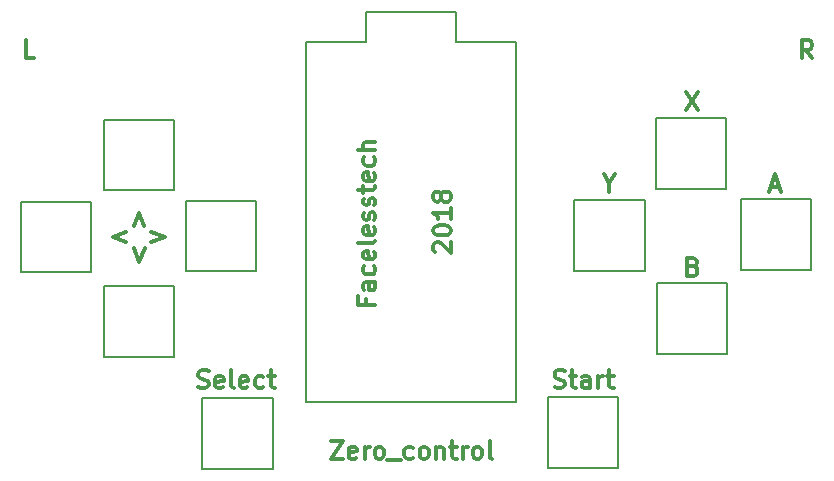
<source format=gbr>
G04 #@! TF.GenerationSoftware,KiCad,Pcbnew,5.0.2+dfsg1-1~bpo9+1*
G04 #@! TF.CreationDate,2018-12-22T15:32:15+00:00*
G04 #@! TF.ProjectId,arduino_controller,61726475-696e-46f5-9f63-6f6e74726f6c,rev?*
G04 #@! TF.SameCoordinates,Original*
G04 #@! TF.FileFunction,Legend,Top*
G04 #@! TF.FilePolarity,Positive*
%FSLAX46Y46*%
G04 Gerber Fmt 4.6, Leading zero omitted, Abs format (unit mm)*
G04 Created by KiCad (PCBNEW 5.0.2+dfsg1-1~bpo9+1) date Sat 22 Dec 2018 15:32:15 GMT*
%MOMM*%
%LPD*%
G01*
G04 APERTURE LIST*
%ADD10C,0.300000*%
%ADD11C,0.150000*%
G04 APERTURE END LIST*
D10*
X43089571Y-184979571D02*
X44089571Y-184979571D01*
X43089571Y-186479571D01*
X44089571Y-186479571D01*
X45232428Y-186408142D02*
X45089571Y-186479571D01*
X44803857Y-186479571D01*
X44661000Y-186408142D01*
X44589571Y-186265285D01*
X44589571Y-185693857D01*
X44661000Y-185551000D01*
X44803857Y-185479571D01*
X45089571Y-185479571D01*
X45232428Y-185551000D01*
X45303857Y-185693857D01*
X45303857Y-185836714D01*
X44589571Y-185979571D01*
X45946714Y-186479571D02*
X45946714Y-185479571D01*
X45946714Y-185765285D02*
X46018142Y-185622428D01*
X46089571Y-185551000D01*
X46232428Y-185479571D01*
X46375285Y-185479571D01*
X47089571Y-186479571D02*
X46946714Y-186408142D01*
X46875285Y-186336714D01*
X46803857Y-186193857D01*
X46803857Y-185765285D01*
X46875285Y-185622428D01*
X46946714Y-185551000D01*
X47089571Y-185479571D01*
X47303857Y-185479571D01*
X47446714Y-185551000D01*
X47518142Y-185622428D01*
X47589571Y-185765285D01*
X47589571Y-186193857D01*
X47518142Y-186336714D01*
X47446714Y-186408142D01*
X47303857Y-186479571D01*
X47089571Y-186479571D01*
X47875285Y-186622428D02*
X49018142Y-186622428D01*
X50018142Y-186408142D02*
X49875285Y-186479571D01*
X49589571Y-186479571D01*
X49446714Y-186408142D01*
X49375285Y-186336714D01*
X49303857Y-186193857D01*
X49303857Y-185765285D01*
X49375285Y-185622428D01*
X49446714Y-185551000D01*
X49589571Y-185479571D01*
X49875285Y-185479571D01*
X50018142Y-185551000D01*
X50875285Y-186479571D02*
X50732428Y-186408142D01*
X50661000Y-186336714D01*
X50589571Y-186193857D01*
X50589571Y-185765285D01*
X50661000Y-185622428D01*
X50732428Y-185551000D01*
X50875285Y-185479571D01*
X51089571Y-185479571D01*
X51232428Y-185551000D01*
X51303857Y-185622428D01*
X51375285Y-185765285D01*
X51375285Y-186193857D01*
X51303857Y-186336714D01*
X51232428Y-186408142D01*
X51089571Y-186479571D01*
X50875285Y-186479571D01*
X52018142Y-185479571D02*
X52018142Y-186479571D01*
X52018142Y-185622428D02*
X52089571Y-185551000D01*
X52232428Y-185479571D01*
X52446714Y-185479571D01*
X52589571Y-185551000D01*
X52661000Y-185693857D01*
X52661000Y-186479571D01*
X53161000Y-185479571D02*
X53732428Y-185479571D01*
X53375285Y-184979571D02*
X53375285Y-186265285D01*
X53446714Y-186408142D01*
X53589571Y-186479571D01*
X53732428Y-186479571D01*
X54232428Y-186479571D02*
X54232428Y-185479571D01*
X54232428Y-185765285D02*
X54303857Y-185622428D01*
X54375285Y-185551000D01*
X54518142Y-185479571D01*
X54661000Y-185479571D01*
X55375285Y-186479571D02*
X55232428Y-186408142D01*
X55161000Y-186336714D01*
X55089571Y-186193857D01*
X55089571Y-185765285D01*
X55161000Y-185622428D01*
X55232428Y-185551000D01*
X55375285Y-185479571D01*
X55589571Y-185479571D01*
X55732428Y-185551000D01*
X55803857Y-185622428D01*
X55875285Y-185765285D01*
X55875285Y-186193857D01*
X55803857Y-186336714D01*
X55732428Y-186408142D01*
X55589571Y-186479571D01*
X55375285Y-186479571D01*
X56732428Y-186479571D02*
X56589571Y-186408142D01*
X56518142Y-186265285D01*
X56518142Y-184979571D01*
X51899428Y-169004928D02*
X51828000Y-168933500D01*
X51756571Y-168790642D01*
X51756571Y-168433500D01*
X51828000Y-168290642D01*
X51899428Y-168219214D01*
X52042285Y-168147785D01*
X52185142Y-168147785D01*
X52399428Y-168219214D01*
X53256571Y-169076357D01*
X53256571Y-168147785D01*
X51756571Y-167219214D02*
X51756571Y-167076357D01*
X51828000Y-166933500D01*
X51899428Y-166862071D01*
X52042285Y-166790642D01*
X52328000Y-166719214D01*
X52685142Y-166719214D01*
X52970857Y-166790642D01*
X53113714Y-166862071D01*
X53185142Y-166933500D01*
X53256571Y-167076357D01*
X53256571Y-167219214D01*
X53185142Y-167362071D01*
X53113714Y-167433500D01*
X52970857Y-167504928D01*
X52685142Y-167576357D01*
X52328000Y-167576357D01*
X52042285Y-167504928D01*
X51899428Y-167433500D01*
X51828000Y-167362071D01*
X51756571Y-167219214D01*
X53256571Y-165290642D02*
X53256571Y-166147785D01*
X53256571Y-165719214D02*
X51756571Y-165719214D01*
X51970857Y-165862071D01*
X52113714Y-166004928D01*
X52185142Y-166147785D01*
X52399428Y-164433500D02*
X52328000Y-164576357D01*
X52256571Y-164647785D01*
X52113714Y-164719214D01*
X52042285Y-164719214D01*
X51899428Y-164647785D01*
X51828000Y-164576357D01*
X51756571Y-164433500D01*
X51756571Y-164147785D01*
X51828000Y-164004928D01*
X51899428Y-163933500D01*
X52042285Y-163862071D01*
X52113714Y-163862071D01*
X52256571Y-163933500D01*
X52328000Y-164004928D01*
X52399428Y-164147785D01*
X52399428Y-164433500D01*
X52470857Y-164576357D01*
X52542285Y-164647785D01*
X52685142Y-164719214D01*
X52970857Y-164719214D01*
X53113714Y-164647785D01*
X53185142Y-164576357D01*
X53256571Y-164433500D01*
X53256571Y-164147785D01*
X53185142Y-164004928D01*
X53113714Y-163933500D01*
X52970857Y-163862071D01*
X52685142Y-163862071D01*
X52542285Y-163933500D01*
X52470857Y-164004928D01*
X52399428Y-164147785D01*
X46057357Y-172953357D02*
X46057357Y-173453357D01*
X46843071Y-173453357D02*
X45343071Y-173453357D01*
X45343071Y-172739071D01*
X46843071Y-171524785D02*
X46057357Y-171524785D01*
X45914500Y-171596214D01*
X45843071Y-171739071D01*
X45843071Y-172024785D01*
X45914500Y-172167642D01*
X46771642Y-171524785D02*
X46843071Y-171667642D01*
X46843071Y-172024785D01*
X46771642Y-172167642D01*
X46628785Y-172239071D01*
X46485928Y-172239071D01*
X46343071Y-172167642D01*
X46271642Y-172024785D01*
X46271642Y-171667642D01*
X46200214Y-171524785D01*
X46771642Y-170167642D02*
X46843071Y-170310500D01*
X46843071Y-170596214D01*
X46771642Y-170739071D01*
X46700214Y-170810500D01*
X46557357Y-170881928D01*
X46128785Y-170881928D01*
X45985928Y-170810500D01*
X45914500Y-170739071D01*
X45843071Y-170596214D01*
X45843071Y-170310500D01*
X45914500Y-170167642D01*
X46771642Y-168953357D02*
X46843071Y-169096214D01*
X46843071Y-169381928D01*
X46771642Y-169524785D01*
X46628785Y-169596214D01*
X46057357Y-169596214D01*
X45914500Y-169524785D01*
X45843071Y-169381928D01*
X45843071Y-169096214D01*
X45914500Y-168953357D01*
X46057357Y-168881928D01*
X46200214Y-168881928D01*
X46343071Y-169596214D01*
X46843071Y-168024785D02*
X46771642Y-168167642D01*
X46628785Y-168239071D01*
X45343071Y-168239071D01*
X46771642Y-166881928D02*
X46843071Y-167024785D01*
X46843071Y-167310500D01*
X46771642Y-167453357D01*
X46628785Y-167524785D01*
X46057357Y-167524785D01*
X45914500Y-167453357D01*
X45843071Y-167310500D01*
X45843071Y-167024785D01*
X45914500Y-166881928D01*
X46057357Y-166810500D01*
X46200214Y-166810500D01*
X46343071Y-167524785D01*
X46771642Y-166239071D02*
X46843071Y-166096214D01*
X46843071Y-165810500D01*
X46771642Y-165667642D01*
X46628785Y-165596214D01*
X46557357Y-165596214D01*
X46414500Y-165667642D01*
X46343071Y-165810500D01*
X46343071Y-166024785D01*
X46271642Y-166167642D01*
X46128785Y-166239071D01*
X46057357Y-166239071D01*
X45914500Y-166167642D01*
X45843071Y-166024785D01*
X45843071Y-165810500D01*
X45914500Y-165667642D01*
X46771642Y-165024785D02*
X46843071Y-164881928D01*
X46843071Y-164596214D01*
X46771642Y-164453357D01*
X46628785Y-164381928D01*
X46557357Y-164381928D01*
X46414500Y-164453357D01*
X46343071Y-164596214D01*
X46343071Y-164810500D01*
X46271642Y-164953357D01*
X46128785Y-165024785D01*
X46057357Y-165024785D01*
X45914500Y-164953357D01*
X45843071Y-164810500D01*
X45843071Y-164596214D01*
X45914500Y-164453357D01*
X45843071Y-163953357D02*
X45843071Y-163381928D01*
X45343071Y-163739071D02*
X46628785Y-163739071D01*
X46771642Y-163667642D01*
X46843071Y-163524785D01*
X46843071Y-163381928D01*
X46771642Y-162310500D02*
X46843071Y-162453357D01*
X46843071Y-162739071D01*
X46771642Y-162881928D01*
X46628785Y-162953357D01*
X46057357Y-162953357D01*
X45914500Y-162881928D01*
X45843071Y-162739071D01*
X45843071Y-162453357D01*
X45914500Y-162310500D01*
X46057357Y-162239071D01*
X46200214Y-162239071D01*
X46343071Y-162953357D01*
X46771642Y-160953357D02*
X46843071Y-161096214D01*
X46843071Y-161381928D01*
X46771642Y-161524785D01*
X46700214Y-161596214D01*
X46557357Y-161667642D01*
X46128785Y-161667642D01*
X45985928Y-161596214D01*
X45914500Y-161524785D01*
X45843071Y-161381928D01*
X45843071Y-161096214D01*
X45914500Y-160953357D01*
X46843071Y-160310500D02*
X45343071Y-160310500D01*
X46843071Y-159667642D02*
X46057357Y-159667642D01*
X45914500Y-159739071D01*
X45843071Y-159881928D01*
X45843071Y-160096214D01*
X45914500Y-160239071D01*
X45985928Y-160310500D01*
X17990285Y-152570571D02*
X17276000Y-152570571D01*
X17276000Y-151070571D01*
X31873428Y-180439142D02*
X32087714Y-180510571D01*
X32444857Y-180510571D01*
X32587714Y-180439142D01*
X32659142Y-180367714D01*
X32730571Y-180224857D01*
X32730571Y-180082000D01*
X32659142Y-179939142D01*
X32587714Y-179867714D01*
X32444857Y-179796285D01*
X32159142Y-179724857D01*
X32016285Y-179653428D01*
X31944857Y-179582000D01*
X31873428Y-179439142D01*
X31873428Y-179296285D01*
X31944857Y-179153428D01*
X32016285Y-179082000D01*
X32159142Y-179010571D01*
X32516285Y-179010571D01*
X32730571Y-179082000D01*
X33944857Y-180439142D02*
X33802000Y-180510571D01*
X33516285Y-180510571D01*
X33373428Y-180439142D01*
X33302000Y-180296285D01*
X33302000Y-179724857D01*
X33373428Y-179582000D01*
X33516285Y-179510571D01*
X33802000Y-179510571D01*
X33944857Y-179582000D01*
X34016285Y-179724857D01*
X34016285Y-179867714D01*
X33302000Y-180010571D01*
X34873428Y-180510571D02*
X34730571Y-180439142D01*
X34659142Y-180296285D01*
X34659142Y-179010571D01*
X36016285Y-180439142D02*
X35873428Y-180510571D01*
X35587714Y-180510571D01*
X35444857Y-180439142D01*
X35373428Y-180296285D01*
X35373428Y-179724857D01*
X35444857Y-179582000D01*
X35587714Y-179510571D01*
X35873428Y-179510571D01*
X36016285Y-179582000D01*
X36087714Y-179724857D01*
X36087714Y-179867714D01*
X35373428Y-180010571D01*
X37373428Y-180439142D02*
X37230571Y-180510571D01*
X36944857Y-180510571D01*
X36802000Y-180439142D01*
X36730571Y-180367714D01*
X36659142Y-180224857D01*
X36659142Y-179796285D01*
X36730571Y-179653428D01*
X36802000Y-179582000D01*
X36944857Y-179510571D01*
X37230571Y-179510571D01*
X37373428Y-179582000D01*
X37802000Y-179510571D02*
X38373428Y-179510571D01*
X38016285Y-179010571D02*
X38016285Y-180296285D01*
X38087714Y-180439142D01*
X38230571Y-180510571D01*
X38373428Y-180510571D01*
X27308928Y-168656071D02*
X26880357Y-169798928D01*
X26451785Y-168656071D01*
X27876571Y-167318571D02*
X29019428Y-167747142D01*
X27876571Y-168175714D01*
X25780928Y-168151928D02*
X24638071Y-167723357D01*
X25780928Y-167294785D01*
X26412071Y-166814428D02*
X26840642Y-165671571D01*
X27269214Y-166814428D01*
X83839785Y-152570571D02*
X83339785Y-151856285D01*
X82982642Y-152570571D02*
X82982642Y-151070571D01*
X83554071Y-151070571D01*
X83696928Y-151142000D01*
X83768357Y-151213428D01*
X83839785Y-151356285D01*
X83839785Y-151570571D01*
X83768357Y-151713428D01*
X83696928Y-151784857D01*
X83554071Y-151856285D01*
X82982642Y-151856285D01*
X62023928Y-180439142D02*
X62238214Y-180510571D01*
X62595357Y-180510571D01*
X62738214Y-180439142D01*
X62809642Y-180367714D01*
X62881071Y-180224857D01*
X62881071Y-180082000D01*
X62809642Y-179939142D01*
X62738214Y-179867714D01*
X62595357Y-179796285D01*
X62309642Y-179724857D01*
X62166785Y-179653428D01*
X62095357Y-179582000D01*
X62023928Y-179439142D01*
X62023928Y-179296285D01*
X62095357Y-179153428D01*
X62166785Y-179082000D01*
X62309642Y-179010571D01*
X62666785Y-179010571D01*
X62881071Y-179082000D01*
X63309642Y-179510571D02*
X63881071Y-179510571D01*
X63523928Y-179010571D02*
X63523928Y-180296285D01*
X63595357Y-180439142D01*
X63738214Y-180510571D01*
X63881071Y-180510571D01*
X65023928Y-180510571D02*
X65023928Y-179724857D01*
X64952500Y-179582000D01*
X64809642Y-179510571D01*
X64523928Y-179510571D01*
X64381071Y-179582000D01*
X65023928Y-180439142D02*
X64881071Y-180510571D01*
X64523928Y-180510571D01*
X64381071Y-180439142D01*
X64309642Y-180296285D01*
X64309642Y-180153428D01*
X64381071Y-180010571D01*
X64523928Y-179939142D01*
X64881071Y-179939142D01*
X65023928Y-179867714D01*
X65738214Y-180510571D02*
X65738214Y-179510571D01*
X65738214Y-179796285D02*
X65809642Y-179653428D01*
X65881071Y-179582000D01*
X66023928Y-179510571D01*
X66166785Y-179510571D01*
X66452500Y-179510571D02*
X67023928Y-179510571D01*
X66666785Y-179010571D02*
X66666785Y-180296285D01*
X66738214Y-180439142D01*
X66881071Y-180510571D01*
X67023928Y-180510571D01*
X66675000Y-163159285D02*
X66675000Y-163873571D01*
X66175000Y-162373571D02*
X66675000Y-163159285D01*
X67175000Y-162373571D01*
X73160000Y-155452071D02*
X74160000Y-156952071D01*
X74160000Y-155452071D02*
X73160000Y-156952071D01*
X73767142Y-170199857D02*
X73981428Y-170271285D01*
X74052857Y-170342714D01*
X74124285Y-170485571D01*
X74124285Y-170699857D01*
X74052857Y-170842714D01*
X73981428Y-170914142D01*
X73838571Y-170985571D01*
X73267142Y-170985571D01*
X73267142Y-169485571D01*
X73767142Y-169485571D01*
X73910000Y-169557000D01*
X73981428Y-169628428D01*
X74052857Y-169771285D01*
X74052857Y-169914142D01*
X73981428Y-170057000D01*
X73910000Y-170128428D01*
X73767142Y-170199857D01*
X73267142Y-170199857D01*
X80351357Y-163445000D02*
X81065642Y-163445000D01*
X80208500Y-163873571D02*
X80708500Y-162373571D01*
X81208500Y-163873571D01*
D11*
G04 #@! TO.C,SW9*
X83756500Y-170497500D02*
X77787500Y-170497500D01*
X77787500Y-170497500D02*
X77787500Y-164528500D01*
X77787500Y-164528500D02*
X83756500Y-164528500D01*
X83756500Y-164528500D02*
X83756500Y-170497500D01*
G04 #@! TO.C,U1*
X40995500Y-181719500D02*
X58775500Y-181719500D01*
X58775500Y-181719500D02*
X58775500Y-151239500D01*
X58775500Y-151239500D02*
X53695500Y-151239500D01*
X53695500Y-151239500D02*
X53695500Y-148699500D01*
X53695500Y-148699500D02*
X46075500Y-148699500D01*
X46075500Y-148699500D02*
X46075500Y-151239500D01*
X46075500Y-151239500D02*
X40995500Y-151239500D01*
X40995500Y-151239500D02*
X40995500Y-181719500D01*
G04 #@! TO.C,SW1*
X69659500Y-164592000D02*
X69659500Y-170561000D01*
X63690500Y-164592000D02*
X69659500Y-164592000D01*
X63690500Y-170561000D02*
X63690500Y-164592000D01*
X69659500Y-170561000D02*
X63690500Y-170561000D01*
G04 #@! TO.C,SW2*
X76581000Y-163639500D02*
X70612000Y-163639500D01*
X70612000Y-163639500D02*
X70612000Y-157670500D01*
X70612000Y-157670500D02*
X76581000Y-157670500D01*
X76581000Y-157670500D02*
X76581000Y-163639500D01*
G04 #@! TO.C,SW3*
X70675500Y-171640500D02*
X76644500Y-171640500D01*
X76644500Y-171640500D02*
X76644500Y-177609500D01*
X76644500Y-177609500D02*
X70675500Y-177609500D01*
X70675500Y-177609500D02*
X70675500Y-171640500D01*
G04 #@! TO.C,SW4*
X32194500Y-181356000D02*
X38163500Y-181356000D01*
X38163500Y-181356000D02*
X38163500Y-187325000D01*
X38163500Y-187325000D02*
X32194500Y-187325000D01*
X32194500Y-187325000D02*
X32194500Y-181356000D01*
G04 #@! TO.C,SW5*
X67437000Y-181292500D02*
X67437000Y-187261500D01*
X61468000Y-181292500D02*
X67437000Y-181292500D01*
X61468000Y-187261500D02*
X61468000Y-181292500D01*
X67437000Y-187261500D02*
X61468000Y-187261500D01*
G04 #@! TO.C,SW6*
X23876000Y-157797500D02*
X29845000Y-157797500D01*
X29845000Y-157797500D02*
X29845000Y-163766500D01*
X29845000Y-163766500D02*
X23876000Y-163766500D01*
X23876000Y-163766500D02*
X23876000Y-157797500D01*
G04 #@! TO.C,SW7*
X23876000Y-177863500D02*
X23876000Y-171894500D01*
X29845000Y-177863500D02*
X23876000Y-177863500D01*
X29845000Y-171894500D02*
X29845000Y-177863500D01*
X23876000Y-171894500D02*
X29845000Y-171894500D01*
G04 #@! TO.C,SW8*
X30797500Y-164655500D02*
X36766500Y-164655500D01*
X36766500Y-164655500D02*
X36766500Y-170624500D01*
X36766500Y-170624500D02*
X30797500Y-170624500D01*
X30797500Y-170624500D02*
X30797500Y-164655500D01*
G04 #@! TO.C,SW10*
X16827500Y-170688000D02*
X16827500Y-164719000D01*
X22796500Y-170688000D02*
X16827500Y-170688000D01*
X22796500Y-164719000D02*
X22796500Y-170688000D01*
X16827500Y-164719000D02*
X22796500Y-164719000D01*
G04 #@! TD*
M02*

</source>
